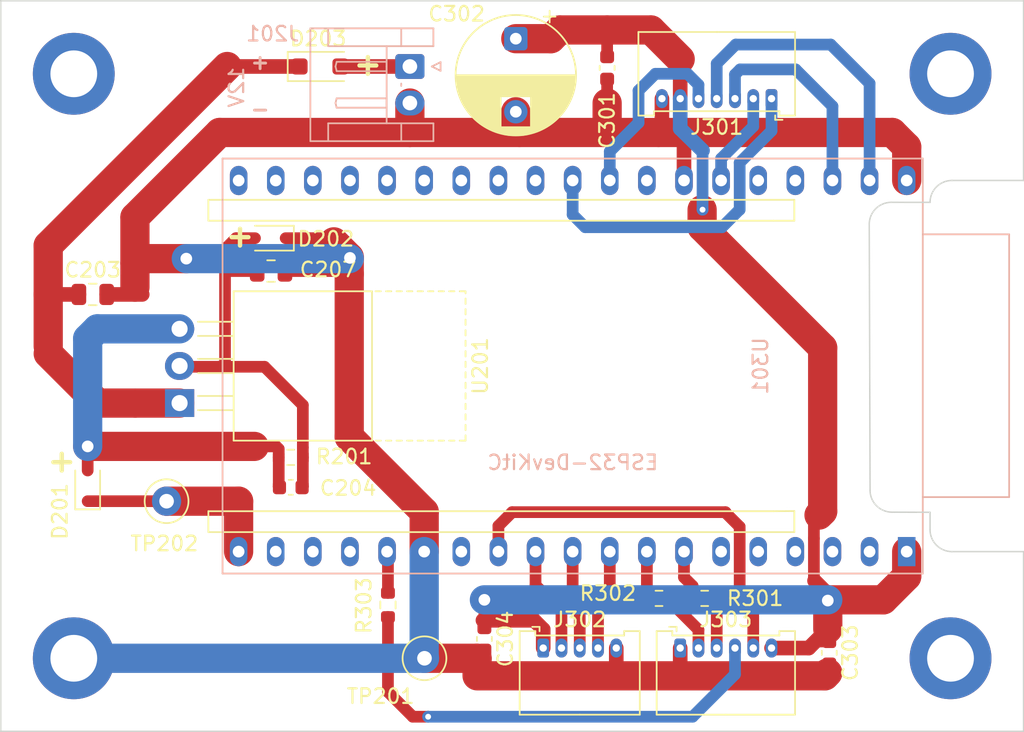
<source format=kicad_pcb>
(kicad_pcb (version 20241229) (generator "pcbnew") (generator_version "9.0")
  (layers (0 "F.Cu" signal) (2 "B.Cu" signal) (13 "F.Paste" user) (15 "B.Paste" user) (5 "F.SilkS" user "F.Silkscreen") (7 "B.SilkS" user "B.Silkscreen") (1 "F.Mask" user) (3 "B.Mask" user) (25 "Edge.Cuts" user))
  (net 0 "")
  (net 1 "GND")
  (net 2 "Net-(D203-K)")
  (net 3 "Net-(J301-Pin_6)")
  (net 5 "/MPU/MCU5V")
  (net 9 "Net-(J301-Pin_3)")
  (net 10 "Net-(J301-Pin_2)")
  (net 11 "Net-(J301-Pin_4)")
  (net 13 "Net-(J301-Pin_1)")
  (net 14 "Net-(J301-Pin_5)")
  (net 17 "Net-(J302-Pin_2)")
  (net 20 "Net-(J302-Pin_3)")
  (net 24 "Net-(J303-Pin_2)")
  (net 27 "Net-(J303-Pin_4)")
  (net 30 "Net-(J303-Pin_3)")
  (net 39 "Net-(J302-Pin_4)")
  (net 40 "Net-(J303-Pin_5)")
  (net 41 "Net-(D201-A)")
  (net 42 "Net-(D202-A)")
  (net 43 "Net-(D203-A)")
  (net 44 "Net-(U301-32K_XP{slash}GPIO32{slash}ADC1_CH4)")
  (net 45 "Net-(U301-32K_XN{slash}GPIO33{slash}ADC1_CH5)")
  (net 46 "Net-(U301-MTCK{slash}GPIO13{slash}ADC2_CH4)")
  (footprint "Resistor_SMD:R_0603_1608Metric" (layer "F.Cu") (at 175.05 115.9)
    (property "Reference" "R302" (at -3.5 -0.35 0) (layer "F.SilkS"))
    (property "Value" "47" (hide yes))
    (pad "1" smd roundrect (at -0.825 0) (size 0.8 0.95) (layers "F.Cu" "F.Mask" "F.Paste") (net 45 "Net-(U301-32K_XN{slash}GPIO33{slash}ADC1_CH5)"))
    (pad "2" smd roundrect (at 0.825 0) (size 0.8 0.95) (layers "F.Cu" "F.Mask" "F.Paste") (net 24 "Net-(J303-Pin_2)"))
  )
  (footprint "Diode_SMD:D_SOD-323" (layer "F.Cu") (at 148.45 91.25 180)
    (property "Reference" "D202" (at -3.8 -0.05 180) (layer "F.SilkS"))
    (property "Value" "1N5819WS")
    (pad "1" smd roundrect (at -1.05 0 180) (size 0.6 0.45) (layers "F.Cu" "F.Mask" "F.Paste") (net 1 "GND"))
    (pad "2" smd roundrect (at 1.05 0 180) (size 0.6 0.45) (layers "F.Cu" "F.Mask" "F.Paste") (net 42 "Net-(D202-A)"))
  )
  (footprint "MountingHole:MountingHole_3.2mm_M3_DIN965_Pad" (layer "F.Cu") (at 135 80)
    (property "Reference" "H102" (hide yes))
    (property "Value" "MountingHole_Pad" (hide yes))
    (pad "1" thru_hole circle (at 0 0) (size 5.6 5.6) (drill 3.2) (layers "*.Cu" "*.Mask"))
  )
  (footprint "Diode_SMD:D_SOD-123F" (layer "F.Cu") (at 151.85 79.5)
    (property "Reference" "D203" (at -0.127 -1.905 0) (layer "F.SilkS"))
    (property "Value" "SM4007")
    (pad "1" smd roundrect (at -1.4 0) (size 1.1 1.1) (layers "F.Cu" "F.Mask" "F.Paste") (roundrect_rratio 0.2272727273) (net 2 "Net-(D203-K)"))
    (pad "2" smd roundrect (at 1.4 0) (size 1.1 1.1) (layers "F.Cu" "F.Mask" "F.Paste") (roundrect_rratio 0.2272727273) (net 43 "Net-(D203-A)"))
  )
  (footprint "Resistor_SMD:R_0603_1608Metric" (layer "F.Cu") (at 156.5 116.35 -90)
    (property "Reference" "R303" (at 0.05 1.65 90) (layer "F.SilkS"))
    (property "Value" "47" (hide yes))
    (pad "1" smd roundrect (at -0.825 0 270) (size 0.8 0.95) (layers "F.Cu" "F.Mask" "F.Paste") (net 46 "Net-(U301-MTCK{slash}GPIO13{slash}ADC2_CH4)"))
    (pad "2" smd roundrect (at 0.825 0 270) (size 0.8 0.95) (layers "F.Cu" "F.Mask" "F.Paste") (net 27 "Net-(J303-Pin_4)"))
  )
  (footprint "Package_TO_SOT_THT:TO-220-3_Horizontal_TabUp" (layer "F.Cu") (at 142.24 102.535 90)
    (property "Reference" "U201" (at 2.54 20.58 90) (layer "F.SilkS"))
    (property "Value" "L7805")
    (pad "" np_thru_hole circle (at 2.54 16.66 90) (size 3.5 3.5) (drill 3.5) (layers "*.Cu" "*.Mask"))
    (pad "1" thru_hole rect (at 0 0 90) (size 1.905 2) (drill 1.1) (layers "*.Cu" "*.Mask") (net 2 "Net-(D203-K)"))
    (pad "2" thru_hole oval (at 2.54 0 90) (size 1.905 2) (drill 1.1) (layers "*.Cu" "*.Mask") (net 42 "Net-(D202-A)"))
    (pad "3" thru_hole oval (at 5.08 0 90) (size 1.905 2) (drill 1.1) (layers "*.Cu" "*.Mask") (net 41 "Net-(D201-A)"))
  )
  (footprint "Resistor_SMD:R_0603_1608Metric" (layer "F.Cu") (at 178.175 115.9)
    (property "Reference" "R301" (at 3.45 0 0) (layer "F.SilkS"))
    (property "Value" "47" (hide yes))
    (pad "1" smd roundrect (at -0.825 0) (size 0.8 0.95) (layers "F.Cu" "F.Mask" "F.Paste") (net 44 "Net-(U301-32K_XP{slash}GPIO32{slash}ADC1_CH4)"))
    (pad "2" smd roundrect (at 0.825 0) (size 0.8 0.95) (layers "F.Cu" "F.Mask" "F.Paste") (net 30 "Net-(J303-Pin_3)"))
  )
  (footprint "Connector_Molex:Molex_PicoBlade_53048-0610_1x06_P1.25mm_Horizontal" (layer "F.Cu") (at 176.5 119.3)
    (property "Reference" "J303" (at 3.12 -1.95 0) (layer "F.SilkS"))
    (property "Value" "Conn_01x06" (hide yes))
    (pad "1" thru_hole roundrect (at 0 0) (size 0.8 1.3) (drill 0.5) (layers "*.Cu" "*.Mask") (net 1 "GND"))
    (pad "2" thru_hole oval (at 1.25 0) (size 0.8 1.3) (drill 0.5) (layers "*.Cu" "*.Mask") (net 24 "Net-(J303-Pin_2)"))
    (pad "3" thru_hole oval (at 2.5 0) (size 0.8 1.3) (drill 0.5) (layers "*.Cu" "*.Mask") (net 30 "Net-(J303-Pin_3)"))
    (pad "4" thru_hole oval (at 3.75 0) (size 0.8 1.3) (drill 0.5) (layers "*.Cu" "*.Mask") (net 27 "Net-(J303-Pin_4)"))
    (pad "5" thru_hole oval (at 5 0) (size 0.8 1.3) (drill 0.5) (layers "*.Cu" "*.Mask") (net 40 "Net-(J303-Pin_5)"))
    (pad "6" thru_hole oval (at 6.25 0) (size 0.8 1.3) (drill 0.5) (layers "*.Cu" "*.Mask") (net 3 "Net-(J301-Pin_6)"))
  )
  (footprint "Capacitor_THT:CP_Radial_D8.0mm_P5.00mm" (layer "F.Cu") (at 165.25 77.597349 -90)
    (property "Reference" "C302" (at -1.697349 4.05 180) (layer "F.SilkS"))
    (property "Value" "100u")
    (pad "1" thru_hole roundrect (at 0 0 270) (size 1.6 1.6) (drill 0.8) (layers "*.Cu" "*.Mask") (roundrect_rratio 0.15625) (net 3 "Net-(J301-Pin_6)"))
    (pad "2" thru_hole circle (at 5 0 270) (size 1.6 1.6) (drill 0.8) (layers "*.Cu" "*.Mask") (net 1 "GND"))
  )
  (footprint "Capacitor_SMD:C_0805_2012Metric" (layer "F.Cu") (at 136.3 95.1)
    (property "Reference" "C203" (at 0 -1.68 0) (layer "F.SilkS"))
    (property "Value" "470n" (hide yes))
    (pad "1" smd roundrect (at -0.95 0) (size 1 1.45) (layers "F.Cu" "F.Mask" "F.Paste") (net 2 "Net-(D203-K)"))
    (pad "2" smd roundrect (at 0.95 0) (size 1 1.45) (layers "F.Cu" "F.Mask" "F.Paste") (net 1 "GND"))
  )
  (footprint "Connector_Molex:Molex_PicoBlade_53048-0510_1x05_P1.25mm_Horizontal" (layer "F.Cu") (at 167.125 119.3)
    (property "Reference" "J302" (at 2.5 -1.95 0) (layer "F.SilkS"))
    (property "Value" "Conn_01x05" (hide yes))
    (pad "1" thru_hole roundrect (at 0 0) (size 0.8 1.3) (drill 0.5) (layers "*.Cu" "*.Mask") (net 3 "Net-(J301-Pin_6)"))
    (pad "2" thru_hole oval (at 1.25 0) (size 0.8 1.3) (drill 0.5) (layers "*.Cu" "*.Mask") (net 17 "Net-(J302-Pin_2)"))
    (pad "3" thru_hole oval (at 2.5 0) (size 0.8 1.3) (drill 0.5) (layers "*.Cu" "*.Mask") (net 20 "Net-(J302-Pin_3)"))
    (pad "4" thru_hole oval (at 3.75 0) (size 0.8 1.3) (drill 0.5) (layers "*.Cu" "*.Mask") (net 39 "Net-(J302-Pin_4)"))
    (pad "5" thru_hole oval (at 5 0) (size 0.8 1.3) (drill 0.5) (layers "*.Cu" "*.Mask") (net 1 "GND"))
  )
  (footprint "TestPoint:TestPoint_Loop_D1.80mm_Drill1.0mm_Beaded" (layer "F.Cu") (at 141.35 109.25)
    (property "Reference" "TP202" (at -0.15 2.9 0) (layer "F.SilkS"))
    (property "Value" "TestPoint" (hide yes))
    (pad "1" thru_hole circle (at 0 0) (size 2 2) (drill 1) (layers "*.Cu" "*.Mask") (net 5 "/MPU/MCU5V"))
  )
  (footprint "Connector_Molex:Molex_PicoBlade_53048-0710_1x07_P1.25mm_Horizontal" (layer "F.Cu") (at 182.75 81.7 180)
    (property "Reference" "J301" (at 3.75 -1.95 0) (layer "F.SilkS"))
    (property "Value" "Conn_01x07")
    (pad "1" thru_hole roundrect (at 0 0 180) (size 0.8 1.3) (drill 0.5) (layers "*.Cu" "*.Mask") (net 13 "Net-(J301-Pin_1)"))
    (pad "2" thru_hole oval (at 1.25 0 180) (size 0.8 1.3) (drill 0.5) (layers "*.Cu" "*.Mask") (net 10 "Net-(J301-Pin_2)"))
    (pad "3" thru_hole oval (at 2.5 0 180) (size 0.8 1.3) (drill 0.5) (layers "*.Cu" "*.Mask") (net 9 "Net-(J301-Pin_3)"))
    (pad "4" thru_hole oval (at 3.75 0 180) (size 0.8 1.3) (drill 0.5) (layers "*.Cu" "*.Mask") (net 11 "Net-(J301-Pin_4)"))
    (pad "5" thru_hole oval (at 5 0 180) (size 0.8 1.3) (drill 0.5) (layers "*.Cu" "*.Mask") (net 14 "Net-(J301-Pin_5)"))
    (pad "6" thru_hole oval (at 6.25 0 180) (size 0.8 1.3) (drill 0.5) (layers "*.Cu" "*.Mask") (net 3 "Net-(J301-Pin_6)"))
    (pad "7" thru_hole oval (at 7.5 0 180) (size 0.8 1.3) (drill 0.5) (layers "*.Cu" "*.Mask") (net 1 "GND"))
  )
  (footprint "Capacitor_SMD:C_0603_1608Metric" (layer "F.Cu") (at 163.1 118.675 -90)
    (property "Reference" "C304" (at 0 -1.43 270) (layer "F.SilkS"))
    (property "Value" "100n")
    (pad "1" smd roundrect (at -0.775 0 270) (size 0.9 0.95) (layers "F.Cu" "F.Mask" "F.Paste") (net 3 "Net-(J301-Pin_6)"))
    (pad "2" smd roundrect (at 0.775 0 270) (size 0.9 0.95) (layers "F.Cu" "F.Mask" "F.Paste") (net 1 "GND"))
  )
  (footprint "Capacitor_SMD:C_0603_1608Metric" (layer "F.Cu") (at 186.7 119.625 -90)
    (property "Reference" "C303" (at 0 -1.43 90) (layer "F.SilkS"))
    (property "Value" "100n" (hide yes))
    (pad "1" smd roundrect (at -0.775 0 270) (size 0.9 0.95) (layers "F.Cu" "F.Mask" "F.Paste") (net 3 "Net-(J301-Pin_6)"))
    (pad "2" smd roundrect (at 0.775 0 270) (size 0.9 0.95) (layers "F.Cu" "F.Mask" "F.Paste") (net 1 "GND"))
  )
  (footprint "Resistor_SMD:R_0603_1608Metric" (layer "F.Cu") (at 149.85 106.25 180)
    (property "Reference" "R201" (at -3.65 0.05 0) (layer "F.SilkS"))
    (property "Value" "10k")
    (pad "1" smd roundrect (at -0.825 0 180) (size 0.8 0.95) (layers "F.Cu" "F.Mask" "F.Paste") (net 42 "Net-(D202-A)"))
    (pad "2" smd roundrect (at 0.825 0 180) (size 0.8 0.95) (layers "F.Cu" "F.Mask" "F.Paste") (net 41 "Net-(D201-A)"))
  )
  (footprint "MountingHole:MountingHole_3.2mm_M3_DIN965_Pad" (layer "F.Cu") (at 195 120)
    (property "Reference" "H103" (hide yes))
    (property "Value" "MountingHole_Pad" (hide yes))
    (pad "1" thru_hole circle (at 0 0) (size 5.6 5.6) (drill 3.2) (layers "*.Cu" "*.Mask"))
  )
  (footprint "MountingHole:MountingHole_3.2mm_M3_DIN965_Pad" (layer "F.Cu") (at 135 120)
    (property "Reference" "H101" (hide yes))
    (property "Value" "MountingHole_Pad" (hide yes))
    (pad "1" thru_hole circle (at 0 0) (size 5.6 5.6) (drill 3.2) (layers "*.Cu" "*.Mask") (net 1 "GND"))
  )
  (footprint "MountingHole:MountingHole_3.2mm_M3_DIN965_Pad" (layer "F.Cu") (at 195 80)
    (property "Reference" "H104" (hide yes))
    (property "Value" "MountingHole_Pad" (hide yes))
    (pad "1" thru_hole circle (at 0 0) (size 5.6 5.6) (drill 3.2) (layers "*.Cu" "*.Mask"))
  )
  (footprint "Capacitor_SMD:C_0805_2012Metric" (layer "F.Cu") (at 148.5 93.5 180)
    (property "Reference" "C207" (at -3.9 0.1 0) (layer "F.SilkS"))
    (property "Value" "10u" (hide yes))
    (pad "1" smd roundrect (at -0.95 0 180) (size 1 1.45) (layers "F.Cu" "F.Mask" "F.Paste") (net 1 "GND"))
    (pad "2" smd roundrect (at 0.95 0 180) (size 1 1.45) (layers "F.Cu" "F.Mask" "F.Paste") (net 42 "Net-(D202-A)"))
  )
  (footprint "TestPoint:TestPoint_Loop_D1.80mm_Drill1.0mm_Beaded" (layer "F.Cu") (at 159 120)
    (property "Reference" "TP201" (at -3 2.6 0) (layer "F.SilkS"))
    (property "Value" "TestPoint")
    (pad "1" thru_hole circle (at 0 0) (size 2 2) (drill 1) (layers "*.Cu" "*.Mask") (net 1 "GND"))
  )
  (footprint "Capacitor_SMD:C_0603_1608Metric" (layer "F.Cu") (at 149.85 108.3)
    (property "Reference" "C204" (at 3.925 0.05 0) (layer "F.SilkS"))
    (property "Value" "100n" (hide yes))
    (pad "1" smd roundrect (at -0.775 0) (size 0.9 0.95) (layers "F.Cu" "F.Mask" "F.Paste") (net 41 "Net-(D201-A)"))
    (pad "2" smd roundrect (at 0.775 0) (size 0.9 0.95) (layers "F.Cu" "F.Mask" "F.Paste") (net 42 "Net-(D202-A)"))
  )
  (footprint "Diode_SMD:D_SOD-323" (layer "F.Cu") (at 135.95 108.2 90)
    (property "Reference" "D201" (at -1.75 -1.9 90) (layer "F.SilkS"))
    (property "Value" "1N5819WS")
    (pad "1" smd roundrect (at -1.05 0 90) (size 0.6 0.45) (layers "F.Cu" "F.Mask" "F.Paste") (net 5 "/MPU/MCU5V"))
    (pad "2" smd roundrect (at 1.05 0 90) (size 0.6 0.45) (layers "F.Cu" "F.Mask" "F.Paste") (net 41 "Net-(D201-A)"))
  )
  (footprint "KiCad_modulesFP:Heatsink_TO220_23mmX40mm" (layer "F.Cu") (at 169.15 99.99 -90)
    (property "Reference" "HS201" (hide yes))
    (property "Value" "23mm x 40mm x 16mm" (hide yes))
  )
  (footprint "Capacitor_SMD:C_0603_1608Metric" (layer "F.Cu") (at 171.5 79.6 -90)
    (property "Reference" "C301" (at 3.6 0 90) (layer "F.SilkS"))
    (property "Value" "100n" (hide yes))
    (pad "1" smd roundrect (at -0.775 0 270) (size 0.9 0.95) (layers "F.Cu" "F.Mask" "F.Paste") (net 3 "Net-(J301-Pin_6)"))
    (pad "2" smd roundrect (at 0.775 0 270) (size 0.9 0.95) (layers "F.Cu" "F.Mask" "F.Paste") (net 1 "GND"))
  )
  (footprint "Connector_JST:JST_EH_S2B-EH_1x02_P2.50mm_Horizontal" (layer "B.Cu") (at 158 79.5 -90)
    (property "Reference" "J201" (at -2.2352 9.3905 0) (layer "B.SilkS") (effects (justify mirror)))
    (property "Value" "Conn_01x02" (hide yes))
    (pad "1" thru_hole roundrect (at 0 0 270) (size 1.7 2) (drill 1) (layers "*.Cu" "*.Mask") (roundrect_rratio 0.147059) (net 43 "Net-(D203-A)"))
    (pad "2" thru_hole oval (at 2.5 0 270) (size 1.7 2) (drill 1) (layers "*.Cu" "*.Mask") (net 1 "GND"))
  )
  (footprint "KiCad_modulesFP:ESP32-DevKitC" (layer "B.Cu") (at 192 112.7 90)
    (property "Reference" "U301" (at 12.70643 -10 90) (layer "B.SilkS") (effects (justify mirror)))
    (property "Value" "ESP32-DevKitC" (at 6.1 -22.85 180) (layer "B.SilkS") (effects (justify mirror)))
    (pad "1" thru_hole rect (at 0 0 180) (size 1.2 2) (drill 0.8) (layers "*.Cu" "*.Mask") (net 3 "Net-(J301-Pin_6)"))
    (pad "2" thru_hole oval (at 0 -2.54 180) (size 1.2 2) (drill 0.8) (layers "*.Cu" "*.Mask"))
    (pad "3" thru_hole oval (at 0 -5.08 180) (size 1.2 2) (drill 0.8) (layers "*.Cu" "*.Mask"))
    (pad "4" thru_hole oval (at 0 -7.62 180) (size 1.2 2) (drill 0.8) (layers "*.Cu" "*.Mask"))
    (pad "5" thru_hole oval (at 0 -10.16 180) (size 1.2 2) (drill 0.8) (layers "*.Cu" "*.Mask"))
    (pad "6" thru_hole oval (at 0 -12.7 180) (size 1.2 2) (drill 0.8) (layers "*.Cu" "*.Mask"))
    (pad "7" thru_hole oval (at 0 -15.24 180) (size 1.2 2) (drill 0.8) (layers "*.Cu" "*.Mask") (net 44 "Net-(U301-32K_XP{slash}GPIO32{slash}ADC1_CH4)"))
    (pad "8" thru_hole oval (at 0 -17.78 180) (size 1.2 2) (drill 0.8) (layers "*.Cu" "*.Mask") (net 45 "Net-(U301-32K_XN{slash}GPIO33{slash}ADC1_CH5)"))
    (pad "9" thru_hole oval (at 0 -20.32 180) (size 1.2 2) (drill 0.8) (layers "*.Cu" "*.Mask") (net 39 "Net-(J302-Pin_4)"))
    (pad "10" thru_hole oval (at 0 -22.86 180) (size 1.2 2) (drill 0.8) (layers "*.Cu" "*.Mask") (net 20 "Net-(J302-Pin_3)"))
    (pad "11" thru_hole oval (at 0 -25.4 180) (size 1.2 2) (drill 0.8) (layers "*.Cu" "*.Mask") (net 17 "Net-(J302-Pin_2)"))
    (pad "12" thru_hole oval (at 0 -27.94 180) (size 1.2 2) (drill 0.8) (layers "*.Cu" "*.Mask") (net 40 "Net-(J303-Pin_5)"))
    (pad "13" thru_hole oval (at 0 -30.48 180) (size 1.2 2) (drill 0.8) (layers "*.Cu" "*.Mask"))
    (pad "14" thru_hole oval (at 0 -33.02 180) (size 1.2 2) (drill 0.8) (layers "*.Cu" "*.Mask") (net 1 "GND"))
    (pad "15" thru_hole oval (at 0 -35.56 180) (size 1.2 2) (drill 0.8) (layers "*.Cu" "*.Mask") (net 46 "Net-(U301-MTCK{slash}GPIO13{slash}ADC2_CH4)"))
    (pad "16" thru_hole oval (at 0 -38.1 180) (size 1.2 2) (drill 0.8) (layers "*.Cu" "*.Mask"))
    (pad "17" thru_hole oval (at 0 -40.64 180) (size 1.2 2) (drill 0.8) (layers "*.Cu" "*.Mask"))
    (pad "18" thru_hole oval (at 0 -43.18 180) (size 1.2 2) (drill 0.8) (layers "*.Cu" "*.Mask"))
    (pad "19" thru_hole oval (at 0 -45.72 180) (size 1.2 2) (drill 0.8) (layers "*.Cu" "*.Mask") (net 5 "/MPU/MCU5V"))
    (pad "20" thru_hole oval (at 25.39632 -45.71728 180) (size 1.2 2) (drill 0.8) (layers "*.Cu" "*.Mask"))
    (pad "21" thru_hole oval (at 25.39632 -43.17728 180) (size 1.2 2) (drill 0.8) (layers "*.Cu" "*.Mask"))
    (pad "22" thru_hole oval (at 25.4 -40.64 180) (size 1.2 2) (drill 0.8) (layers "*.Cu" "*.Mask"))
    (pad "23" thru_hole oval (at 25.4 -38.1 180) (size 1.2 2) (drill 0.8) (layers "*.Cu" "*.Mask"))
    (pad "24" thru_hole oval (at 25.4 -35.56 180) (size 1.2 2) (drill 0.8) (layers "*.Cu" "*.Mask"))
    (pad "25" thru_hole oval (at 25.4 -33.02 180) (size 1.2 2) (drill 0.8) (layers "*.Cu" "*.Mask"))
    (pad "26" thru_hole oval (at 25.4 -30.48 180) (size 1.2 2) (drill 0.8) (layers "*.Cu" "*.Mask"))
    (pad "27" thru_hole oval (at 25.4 -27.94 180) (size 1.2 2) (drill 0.8) (layers "*.Cu" "*.Mask"))
    (pad "28" thru_hole oval (at 25.4 -25.4 180) (size 1.2 2) (drill 0.8) (layers "*.Cu" "*.Mask"))
    (pad "29" thru_hole oval (at 25.4 -22.86 180) (size 1.2 2) (drill 0.8) (layers "*.Cu" "*.Mask") (net 13 "Net-(J301-Pin_1)"))
    (pad "30" thru_hole oval (at 25.4 -20.32 180) (size 1.2 2) (drill 0.8) (layers "*.Cu" "*.Mask") (net 14 "Net-(J301-Pin_5)"))
    (pad "31" thru_hole oval (at 25.4 -17.78 180) (size 1.2 2) (drill 0.8) (layers "*.Cu" "*.Mask"))
    (pad "32" thru_hole oval (at 25.4 -15.24 180) (size 1.2 2) (drill 0.8) (layers "*.Cu" "*.Mask") (net 1 "GND"))
    (pad "33" thru_hole oval (at 25.4 -12.7 180) (size 1.2 2) (drill 0.8) (layers "*.Cu" "*.Mask") (net 10 "Net-(J301-Pin_2)"))
    (pad "34" thru_hole oval (at 25.4 -10.16 180) (size 1.2 2) (drill 0.8) (layers "*.Cu" "*.Mask"))
    (pad "35" thru_hole oval (at 25.4 -7.62 180) (size 1.2 2) (drill 0.8) (layers "*.Cu" "*.Mask"))
    (pad "36" thru_hole oval (at 25.4 -5.08 180) (size 1.2 2) (drill 0.8) (layers "*.Cu" "*.Mask") (net 9 "Net-(J301-Pin_3)"))
    (pad "37" thru_hole oval (at 25.4 -2.54 180) (size 1.2 2) (drill 0.8) (layers "*.Cu" "*.Mask") (net 11 "Net-(J301-Pin_4)"))
    (pad "38" thru_hole oval (at 25.4 0 180) (size 1.2 2) (drill 0.8) (layers "*.Cu" "*.Mask") (net 1 "GND"))
  )
  (gr_arc (start 193.6 88.8) (mid 194.03934 87.73934) (end 195.1 87.3) (stroke (width 0.1)) (layer "Edge.Cuts"))
  (gr_arc (start 190.994151 110.000017) (mid 189.933491 109.560677) (end 189.494151 108.500017) (stroke (width 0.1)) (layer "Edge.Cuts"))
  (gr_line (start 200 87.3) (end 195.1 87.3) (stroke (width 0.1)) (layer "Edge.Cuts"))
  (gr_line (start 200 125) (end 200 112.7) (stroke (width 0.1)) (layer "Edge.Cuts"))
  (gr_line (start 193.6 110.0102) (end 190.994151 110.000017) (stroke (width 0.1)) (layer "Edge.Cuts"))
  (gr_line (start 130 75) (end 130 125) (stroke (width 0.1)) (layer "Edge.Cuts"))
  (gr_line (start 189.494183 108.5) (end 189.439722 90.297323) (stroke (width 0.1)) (layer "Edge.Cuts"))
  (gr_arc (start 195.1 112.7) (mid 194.03934 112.26066) (end 193.6 111.2) (stroke (width 0.1)) (layer "Edge.Cuts"))
  (gr_arc (start 189.439721 90.297323) (mid 189.879061 89.236663) (end 190.939721 88.797323) (stroke (width 0.1)) (layer "Edge.Cuts"))
  (gr_line (start 195.1 112.7) (end 200 112.7) (stroke (width 0.1)) (layer "Edge.Cuts"))
  (gr_line (start 200 75) (end 130 75) (stroke (width 0.1)) (layer "Edge.Cuts"))
  (gr_line (start 190.939721 88.797322) (end 193.6 88.8) (stroke (width 0.1)) (layer "Edge.Cuts"))
  (gr_line (start 200 75) (end 200 87.3) (stroke (width 0.1)) (layer "Edge.Cuts"))
  (gr_line (start 200 125) (end 130 125) (stroke (width 0.1)) (layer "Edge.Cuts"))
  (gr_line (start 193.6 111.2) (end 193.6 110.0102) (stroke (width 0.1)) (layer "Edge.Cuts"))
  (gr_text "+" (at 154 80.2 0) (layer "F.SilkS") (effects (font (size 1.5 1.5) (thickness 0.3) (bold yes)) (justify left bottom)))
  (gr_text "+" (at 145.25 91.95 0) (layer "F.SilkS") (effects (font (size 1.5 1.5) (thickness 0.3) (bold yes)) (justify left bottom)))
  (gr_text "+" (at 133.05 107.35 0) (layer "F.SilkS") (effects (font (size 1.5 1.5) (thickness 0.3) (bold yes)) (justify left bottom)))
  (gr_text "12V" (at 146.721 79.4372 90) (layer "B.SilkS") (effects (font (size 1 1)) (justify left bottom mirror)))
  (gr_text "+\n\n-" (at 148.5 83 0) (layer "B.SilkS") (effects (font (size 1 1) (thickness 0.2) (bold yes)) (justify left bottom mirror)))
  (segment (start 175.25 81.7) (end 175.25 83.78211) (width 1) (layer "F.Cu") (net 1))
  (segment (start 149.5 91.25) (end 152.55 91.25) (width 0.8) (layer "F.Cu") (net 1))
  (segment (start 172.125 120.875) (end 172 121) (width 0.37) (layer "F.Cu") (net 1))
  (segment (start 165.25 83.766055) (end 165.5 84.016055) (width 0.37) (layer "F.Cu") (net 1))
  (segment (start 171.5 84.016055) (end 171.5 82) (width 2) (layer "F.Cu") (net 1))
  (segment (start 162.6 120) (end 162.6 121.2) (width 2) (layer "F.Cu") (net 1))
  (segment (start 139.184088 89.815912) (end 144.983945 84.016055) (width 2) (layer "F.Cu") (net 1))
  (segment (start 191.016055 84.016055) (end 192 85) (width 2) (layer "F.Cu") (net 1))
  (segment (start 171.5 84.016055) (end 165.5 84.016055) (width 2) (layer "F.Cu") (net 1))
  (segment (start 176.76 84.026055) (end 176.75 84.016055) (width 0.8) (layer "F.Cu") (net 1))
  (segment (start 142.7 92.65) (end 139.484088 92.65) (width 2) (layer "F.Cu") (net 1))
  (segment (start 165.5 84.016055) (end 166 84.016055) (width 1) (layer "F.Cu") (net 1))
  (segment (start 153.85 104.85) (end 153.85 93.7) (width 2) (layer "F.Cu") (net 1))
  (segment (start 166 84.016055) (end 166.277489 84.016055) (width 0.37) (layer "F.Cu") (net 1))
  (segment (start 192 87.3) (end 192 85) (width 2) (layer "F.Cu") (net 1))
  (segment (start 153.85 93.7) (end 153.85 92.55) (width 2) (layer "F.Cu") (net 1))
  (segment (start 176.75 84.016055) (end 191.016055 84.016055) (width 2) (layer "F.Cu") (net 1))
  (segment (start 158 84.016055) (end 165.5 84.016055) (width 2) (layer "F.Cu") (net 1))
  (segment (start 171.5 80.375) (end 171.5 82) (width 0.8) (layer "F.Cu") (net 1))
  (segment (start 176.76 87.3) (end 176.76 84.026055) (width 1) (layer "F.Cu") (net 1))
  (segment (start 152.55 91.25) (end 152.8 91.5) (width 0.8) (layer "F.Cu") (net 1))
  (segment (start 176.76 86.24) (end 176.76 87.3) (width 0.8) (layer "F.Cu") (net 1))
  (segment (start 176.5 119.3) (end 176.5 121) (width 1) (layer "F.Cu") (net 1))
  (segment (start 153.85 92.55) (end 152.8 91.5) (width 2) (layer "F.Cu") (net 1))
  (segment (start 158.98 109.98) (end 158.98 112.7) (width 2) (layer "F.Cu") (net 1))
  (segment (start 144.983945 84.016055) (end 158 84.016055) (width 2) (layer "F.Cu") (net 1))
  (segment (start 149.45 93.5) (end 153.65 93.5) (width 0.8) (layer "F.Cu") (net 1))
  (segment (start 171.5 84.016055) (end 175.016055 84.016055) (width 2) (layer "F.Cu") (net 1))
  (segment (start 137.25 95.1) (end 139.684088 95.1) (width 1) (layer "F.Cu") (net 1))
  (segment (start 166.277489 84.016055) (end 166.268356 84.006922) (width 0.37) (layer "F.Cu") (net 1))
  (segment (start 139.184088 92.95) (end 139.184088 89.815912) (width 2) (layer "F.Cu") (net 1))
  (segment (start 139.184088 94.6) (end 139.184088 92.95) (width 2) (layer "F.Cu") (net 1))
  (segment (start 162.8 121.2) (end 186.4 121.2) (width 2) (layer "F.Cu") (net 1))
  (segment (start 139.484088 92.65) (end 139.184088 92.95) (width 0.8) (layer "F.Cu") (net 1))
  (segment (start 175.016055 84.016055) (end 176.75 84.016055) (width 2) (layer "F.Cu") (net 1))
  (segment (start 162.8 121) (end 162.6 121.2) (width 0.8) (layer "F.Cu") (net 1))
  (segment (start 159 120) (end 162.6 120) (width 2) (layer "F.Cu") (net 1))
  (segment (start 186.4 121.2) (end 186.6 121) (width 2) (layer "F.Cu") (net 1))
  (segment (start 158 84.016055) (end 158 82) (width 2) (layer "F.Cu") (net 1))
  (segment (start 172.125 119.3) (end 172.125 120.875) (width 1) (layer "F.Cu") (net 1))
  (segment (start 192 85) (end 191.5 84.5) (width 0.8) (layer "F.Cu") (net 1))
  (segment (start 153.85 104.85) (end 158.98 109.98) (width 2) (layer "F.Cu") (net 1))
  (segment (start 165.25 82.597349) (end 165.25 83.766055) (width 2) (layer "F.Cu") (net 1))
  (via (at 142.7 92.65) (size 1.2) (drill 0.8) (layers "F.Cu" "B.Cu") (net 1))
  (via (at 153.9 92.6) (size 1.2) (drill 0.8) (layers "F.Cu" "B.Cu") (net 1))
  (segment (start 158.98 112.7) (end 158.98 119.98) (width 2) (layer "B.Cu") (net 1))
  (segment (start 158.98 119.98) (end 159 120) (width 0.8) (layer "B.Cu") (net 1))
  (segment (start 159 120) (end 135 120) (width 2) (layer "B.Cu") (net 1))
  (segment (start 142.7 92.65) (end 153.85 92.65) (width 2) (layer "B.Cu") (net 1))
  (segment (start 145.5 79.5) (end 133.25 91.75) (width 2) (layer "F.Cu") (net 2))
  (segment (start 136.635 102.535) (end 133.25 99.15) (width 2) (layer "F.Cu") (net 2))
  (segment (start 133.25 95.1) (end 133.25 98.65) (width 2) (layer "F.Cu") (net 2))
  (segment (start 135.35 95.1) (end 133.25 95.1) (width 1) (layer "F.Cu") (net 2))
  (segment (start 139.2 102.535) (end 136.635 102.535) (width 2) (layer "F.Cu") (net 2))
  (segment (start 133.25 91.75) (end 133.25 95.1) (width 2) (layer "F.Cu") (net 2))
  (segment (start 133.25 99.15) (end 133.25 98.65) (width 0.37) (layer "F.Cu") (net 2))
  (segment (start 142.24 102.535) (end 139.2 102.535) (width 2) (layer "F.Cu") (net 2))
  (segment (start 150.45 79.5) (end 145.5 79.5) (width 1) (layer "F.Cu") (net 2))
  (segment (start 186.6 118) (end 186.6 116.05) (width 2) (layer "F.Cu") (net 3))
  (segment (start 186.6 116.05) (end 186.6 116) (width 2) (layer "F.Cu") (net 3))
  (segment (start 185.65 114.693) (end 185.65 111.8) (width 0.8) (layer "F.Cu") (net 3))
  (segment (start 190.4 116) (end 192 114.4) (width 2) (layer "F.Cu") (net 3))
  (segment (start 190.4 116) (end 186.6 116) (width 2) (layer "F.Cu") (net 3))
  (segment (start 186.6 116) (end 186.6 115.6) (width 1) (layer "F.Cu") (net 3))
  (segment (start 185.65 111.8) (end 185.65 110.507) (width 0.8) (layer "F.Cu") (net 3))
  (segment (start 167.652651 77.597349) (end 168.25 77) (width 2) (layer "F.Cu") (net 3))
  (segment (start 185.3 119.3) (end 186.6 118) (width 1) (layer "F.Cu") (net 3))
  (segment (start 186.25 98.75) (end 186.25 109.95) (width 2) (layer "F.Cu") (net 3))
  (segment (start 163 117.4) (end 166.5 117.4) (width 1) (layer "F.Cu") (net 3))
  (segment (start 167.125 118.025) (end 167.125 119.3) (width 1) (layer "F.Cu") (net 3))
  (segment (start 185.75 118.85) (end 185.3 119.3) (width 0.8) (layer "F.Cu") (net 3))
  (segment (start 192 114.4) (end 192 112.7) (width 2) (layer "F.Cu") (net 3))
  (segment (start 186.7 118.85) (end 185.75 118.85) (width 0.8) (layer "F.Cu") (net 3))
  (segment (start 174.5 77) (end 171.5 77) (width 2) (layer "F.Cu") (net 3))
  (segment (start 178 89.3) (end 178 90.5) (width 2) (layer "F.Cu") (net 3))
  (segment (start 185.693 110.507) (end 186 110.2) (width 1) (layer "F.Cu") (net 3))
  (segment (start 176.5 79) (end 174.5 77) (width 2) (layer "F.Cu") (net 3))
  (segment (start 163.1 117.9) (end 163.1 116) (width 0.8) (layer "F.Cu") (net 3))
  (segment (start 166.5 117.4) (end 167.125 118.025) (width 1) (layer "F.Cu") (net 3))
  (segment (start 165.25 77.597349) (end 167.652651 77.597349) (width 2) (layer "F.Cu") (net 3))
  (segment (start 168.25 77) (end 171.5 77) (width 2) (layer "F.Cu") (net 3))
  (segment (start 186.25 109.95) (end 186 110.2) (width 2) (layer "F.Cu") (net 3))
  (segment (start 186.6 115.6) (end 185.693 114.693) (width 1) (layer "F.Cu") (net 3))
  (segment (start 176.5 81.7) (end 176.5 79) (width 1) (layer "F.Cu") (net 3))
  (segment (start 178 90.5) (end 186.25 98.75) (width 2) (layer "F.Cu") (net 3))
  (segment (start 171.5 78.825) (end 171.5 77) (width 0.8) (layer "F.Cu") (net 3))
  (segment (start 182.75 119.3) (end 185.3 119.3) (width 1) (layer "F.Cu") (net 3))
  (via (at 186.6 116.05) (size 1.2) (drill 0.8) (layers "F.Cu" "B.Cu") (net 3))
  (via (at 178.03 89.3) (size 0.8) (drill 0.4) (layers "F.Cu" "B.Cu") (net 3))
  (via (at 163.1 116) (size 1.2) (drill 0.8) (layers "F.Cu" "B.Cu") (net 3))
  (segment (start 167 119.175) (end 167.125 119.3) (width 0.37) (layer "B.Cu") (net 3))
  (segment (start 186.6 116) (end 163.1 116) (width 2) (layer "B.Cu") (net 3))
  (segment (start 176.5 81.7) (end 176.5 83.75) (width 1) (layer "B.Cu") (net 3))
  (segment (start 176.5 83.75) (end 178.03 85.25) (width 1) (layer "B.Cu") (net 3))
  (segment (start 178.03 89.3) (end 178.03 85.25) (width 0.8) (layer "B.Cu") (net 3))
  (segment (start 135.95 109.25) (end 141.35 109.25) (width 0.8) (layer "F.Cu") (net 5))
  (segment (start 146.347114 112.632886) (end 146.28 112.7) (width 0.8) (layer "F.Cu") (net 5))
  (segment (start 146.28 112.7) (end 146.28 109.25) (width 2) (layer "F.Cu") (net 5))
  (segment (start 146.28 109.25) (end 141.35 109.25) (width 2) (layer "F.Cu") (net 5))
  (segment (start 180.6 79.7) (end 184.4 79.7) (width 0.8) (layer "B.Cu") (net 9))
  (segment (start 184.4 79.7) (end 186.92 82.22) (width 0.8) (layer "B.Cu") (net 9))
  (segment (start 180.25 80.05) (end 180.6 79.7) (width 0.8) (layer "B.Cu") (net 9))
  (segment (start 180.25 81.7) (end 180.25 80.05) (width 0.8) (layer "B.Cu") (net 9))
  (segment (start 186.92 82.22) (end 186.92 87.3) (width 0.8) (layer "B.Cu") (net 9))
  (segment (start 179.3 85.801802) (end 181.5 83.601802) (width 0.8) (layer "B.Cu") (net 10))
  (segment (start 181.5 83.601802) (end 181.5 81.7) (width 0.8) (layer "B.Cu") (net 10))
  (segment (start 179.3 87.3) (end 179.3 85.801802) (width 0.8) (layer "B.Cu") (net 10))
  (segment (start 186.8 78) (end 189.46 80.66) (width 0.8) (layer "B.Cu") (net 11))
  (segment (start 179 81.7) (end 179 79.3) (width 0.8) (layer "B.Cu") (net 11))
  (segment (start 179 79.3) (end 180.3 78) (width 0.8) (layer "B.Cu") (net 11))
  (segment (start 189.46 80.66) (end 189.46 87.3) (width 0.8) (layer "B.Cu") (net 11))
  (segment (start 180.3 78) (end 186.8 78) (width 0.8) (layer "B.Cu") (net 11))
  (segment (start 169.14 89.64) (end 170 90.5) (width 0.8) (layer "B.Cu") (net 13))
  (segment (start 180.57 89.305789) (end 180.57 86.083044) (width 0.8) (layer "B.Cu") (net 13))
  (segment (start 180.57 86.083044) (end 182.75 83.903044) (width 0.8) (layer "B.Cu") (net 13))
  (segment (start 182.75 83.903044) (end 182.75 81.7) (width 0.8) (layer "B.Cu") (net 13))
  (segment (start 180.556089 89.305789) (end 180.57 89.305789) (width 0.37) (layer "B.Cu") (net 13))
  (segment (start 179.361878 90.5) (end 180.556089 89.305789) (width 0.8) (layer "B.Cu") (net 13))
  (segment (start 170 90.5) (end 179.361878 90.5) (width 0.8) (layer "B.Cu") (net 13))
  (segment (start 169.14 87.3) (end 169.14 89.64) (width 0.8) (layer "B.Cu") (net 13))
  (segment (start 174.8 80) (end 177 80) (width 0.8) (layer "B.Cu") (net 14))
  (segment (start 173.65 83.35) (end 173.65 81.15) (width 0.8) (layer "B.Cu") (net 14))
  (segment (start 173.65 81.15) (end 174.8 80) (width 0.8) (layer "B.Cu") (net 14))
  (segment (start 171.68 85.32) (end 173.65 83.35) (width 0.8) (layer "B.Cu") (net 14))
  (segment (start 177.75 80.75) (end 177.75 81.7) (width 0.8) (layer "B.Cu") (net 14))
  (segment (start 171.68 87.3) (end 171.68 85.32) (width 0.8) (layer "B.Cu") (net 14))
  (segment (start 177 80) (end 177.75 80.75) (width 0.8) (layer "B.Cu") (net 14))
  (segment (start 166.6 115) (end 166.6 112.7) (width 0.8) (layer "F.Cu") (net 17))
  (segment (start 168.375 116.775) (end 166.6 115) (width 0.8) (layer "F.Cu") (net 17))
  (segment (start 168.375 119.3) (end 168.375 116.775) (width 0.8) (layer "F.Cu") (net 17))
  (segment (start 169.14 115.84) (end 169.14 112.7) (width 0.8) (layer "F.Cu") (net 20))
  (segment (start 169.625 119.3) (end 169.625 116.325) (width 0.8) (layer "F.Cu") (net 20))
  (segment (start 169.625 116.325) (end 169.14 115.84) (width 0.8) (layer "F.Cu") (net 20))
  (segment (start 169 112.84) (end 169.14 112.7) (width 0.37) (layer "B.Cu") (net 20))
  (segment (start 177.75 118.05) (end 177.75 119.3) (width 0.8) (layer "F.Cu") (net 24))
  (segment (start 175.875 116.175) (end 177.75 118.05) (width 0.8) (layer "F.Cu") (net 24))
  (segment (start 175.875 115.9) (end 175.875 116.175) (width 0.8) (layer "F.Cu") (net 24))
  (segment (start 158.2 124) (end 156.5 122.3) (width 0.8) (layer "F.Cu") (net 27))
  (segment (start 156.5 122.3) (end 156.5 117.175) (width 0.8) (layer "F.Cu") (net 27))
  (segment (start 159.25 124) (end 158.2 124) (width 0.8) (layer "F.Cu") (net 27))
  (via (at 159.25 124) (size 0.8) (drill 0.4) (layers "F.Cu" "B.Cu") (net 27))
  (segment (start 159.25 124) (end 177.35 124) (width 0.8) (layer "B.Cu") (net 27))
  (segment (start 177.35 124) (end 180.25 121.1) (width 0.8) (layer "B.Cu") (net 27))
  (segment (start 180.25 121.1) (end 180.25 119.3) (width 0.8) (layer "B.Cu") (net 27))
  (segment (start 179 119.3) (end 179 115.975) (width 0.8) (layer "F.Cu") (net 30))
  (segment (start 178.9 119.2) (end 179 119.3) (width 0.37) (layer "B.Cu") (net 30))
  (segment (start 171.68 116.02) (end 171.68 112.7) (width 0.8) (layer "F.Cu") (net 39))
  (segment (start 170.875 116.825) (end 171.68 116.02) (width 0.8) (layer "F.Cu") (net 39))
  (segment (start 170.875 119.3) (end 170.875 116.825) (width 0.8) (layer "F.Cu") (net 39))
  (segment (start 180.57 111) (end 180.57 115.3) (width 0.8) (layer "F.Cu") (net 40))
  (segment (start 165 110) (end 179.6 110) (width 0.8) (layer "F.Cu") (net 40))
  (segment (start 164.06 112.7) (end 164.06 110.94) (width 0.8) (layer "F.Cu") (net 40))
  (segment (start 164.06 110.94) (end 165 110) (width 0.8) (layer "F.Cu") (net 40))
  (segment (start 181.5 116.2) (end 181.5 119.3) (width 0.8) (layer "F.Cu") (net 40))
  (segment (start 180.6 115.3) (end 181.5 116.2) (width 0.8) (layer "F.Cu") (net 40))
  (segment (start 179.6 110.03) (end 180.57 111) (width 0.8) (layer "F.Cu") (net 40))
  (segment (start 180.57 115.3) (end 180.6 115.3) (width 0.8) (layer "F.Cu") (net 40))
  (segment (start 179.6 110) (end 179.6 110.03) (width 0.8) (layer "F.Cu") (net 40))
  (segment (start 148.85 105.5) (end 149.025 105.675) (width 0.8) (layer "F.Cu") (net 41))
  (segment (start 149.025 105.675) (end 149.025 106.25) (width 0.8) (layer "F.Cu") (net 41))
  (segment (start 135.95 107.15) (end 135.95 105.5) (width 0.8) (layer "F.Cu") (net 41))
  (segment (start 149.025 106.25) (end 149.025 108.25) (width 0.8) (layer "F.Cu") (net 41))
  (segment (start 135.95 105.5) (end 147.35 105.5) (width 2) (layer "F.Cu") (net 41))
  (segment (start 149.025 108.25) (end 149.075 108.3) (width 0.8) (layer "F.Cu") (net 41))
  (segment (start 147.35 105.5) (end 148.85 105.5) (width 0.8) (layer "F.Cu") (net 41))
  (via (at 135.95 105.5) (size 1.2) (drill 0.8) (layers "F.Cu" "B.Cu") (net 41))
  (segment (start 135.95 105.5) (end 135.95 98.12) (width 2) (layer "B.Cu") (net 41))
  (segment (start 142.355794 97.570794) (end 142.24 97.455) (width 0.8) (layer "B.Cu") (net 41))
  (segment (start 136.615 97.455) (end 135.95 98.12) (width 2) (layer "B.Cu") (net 41))
  (segment (start 142.24 97.455) (end 136.615 97.455) (width 2) (layer "B.Cu") (net 41))
  (segment (start 150.675 108.25) (end 150.625 108.3) (width 0.8) (layer "F.Cu") (net 42))
  (segment (start 150.675 105.575) (end 150.675 102.675) (width 0.8) (layer "F.Cu") (net 42))
  (segment (start 150.675 106.25) (end 150.675 108.25) (width 0.8) (layer "F.Cu") (net 42))
  (segment (start 145.35 100.05) (end 144.9 100.05) (width 0.8) (layer "F.Cu") (net 42))
  (segment (start 146.1 91.25) (end 147.4 91.25) (width 0.8) (layer "F.Cu") (net 42))
  (segment (start 147.55 93.5) (end 145.35 93.5) (width 0.8) (layer "F.Cu") (net 42))
  (segment (start 145.35 93.5) (end 145.35 92) (width 0.8) (layer "F.Cu") (net 42))
  (segment (start 150.675 106.25) (end 150.675 105.575) (width 0.8) (layer "F.Cu") (net 42))
  (segment (start 145.35 100.05) (end 145.35 93.5) (width 0.8) (layer "F.Cu") (net 42))
  (segment (start 150.675 102.675) (end 148.05 100.05) (width 0.8) (layer "F.Cu") (net 42))
  (segment (start 144.9 100.05) (end 142.295 100.05) (width 0.8) (layer "F.Cu") (net 42))
  (segment (start 142.295 100.05) (end 142.24 99.995) (width 0.8) (layer "F.Cu") (net 42))
  (segment (start 148.05 100.05) (end 144.9 100.05) (width 0.8) (layer "F.Cu") (net 42))
  (segment (start 145.35 92) (end 146.1 91.25) (width 0.8) (layer "F.Cu") (net 42))
  (segment (start 153.25 79.5) (end 158 79.5) (width 1) (layer "F.Cu") (net 43))
  (segment (start 177.35 115.9) (end 177.35 115.05) (width 0.8) (layer "F.Cu") (net 44))
  (segment (start 176.76 112.7) (end 176.76 114.46) (width 0.8) (layer "F.Cu") (net 44))
  (segment (start 177.35 115.05) (end 176.76 114.46) (width 0.8) (layer "F.Cu") (net 44))
  (segment (start 174.22 112.7) (end 174.22 115.895) (width 0.8) (layer "F.Cu") (net 45))
  (segment (start 174.22 115.895) (end 174.225 115.9) (width 0.8) (layer "F.Cu") (net 45))
  (segment (start 156.5 115.525) (end 156.5 112.76) (width 0.8) (layer "F.Cu") (net 46))
  (segment (start 156.5 112.76) (end 156.44 112.7) (width 0.8) (layer "F.Cu") (net 46))
)
</source>
